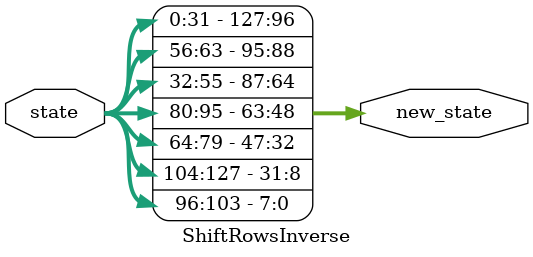
<source format=v>
module ShiftRowsInverse (
    input wire [0:127] state,
    output reg [0:127] new_state
);

    assign new_state[0 * 8: 0 * 8 + 7] = state[0 * 8: 0 * 8 + 7];
    assign new_state[1 * 8: 1 * 8 + 7] = state[1 * 8: 1 * 8 + 7];
    assign new_state[2 * 8: 2 * 8 + 7] = state[2 * 8: 2 * 8 + 7];
    assign new_state[3 * 8: 3 * 8 + 7] = state[3 * 8: 3 * 8 + 7];
    assign new_state[4 * 8: 4 * 8 + 7] = state[7 * 8: 7 * 8 + 7];
    assign new_state[5 * 8: 5 * 8 + 7] = state[4 * 8: 4 * 8 + 7];
    assign new_state[6 * 8: 6 * 8 + 7] = state[5 * 8: 5 * 8 + 7];
    assign new_state[7 * 8: 7 * 8 + 7] = state[6 * 8: 6 * 8 + 7];
    assign new_state[8 * 8: 8 * 8 + 7] = state[10 * 8: 10 * 8 + 7];
    assign new_state[9 * 8: 9 * 8 + 7] = state[11 * 8: 11 * 8 + 7];
    assign new_state[10 * 8: 10 * 8 + 7] = state[8 * 8: 8 * 8 + 7];
    assign new_state[11 * 8: 11 * 8 + 7] = state[9 * 8: 9 * 8 + 7];
    assign new_state[12 * 8: 12 * 8 + 7] = state[13 * 8: 13 * 8 + 7];
    assign new_state[13 * 8: 13 * 8 + 7] = state[14 * 8: 14 * 8 + 7];
    assign new_state[14 * 8: 14 * 8 + 7] = state[15 * 8: 15 * 8 + 7];
    assign new_state[15 * 8: 15 * 8 + 7] = state[12 * 8: 12 * 8 + 7];

endmodule
</source>
